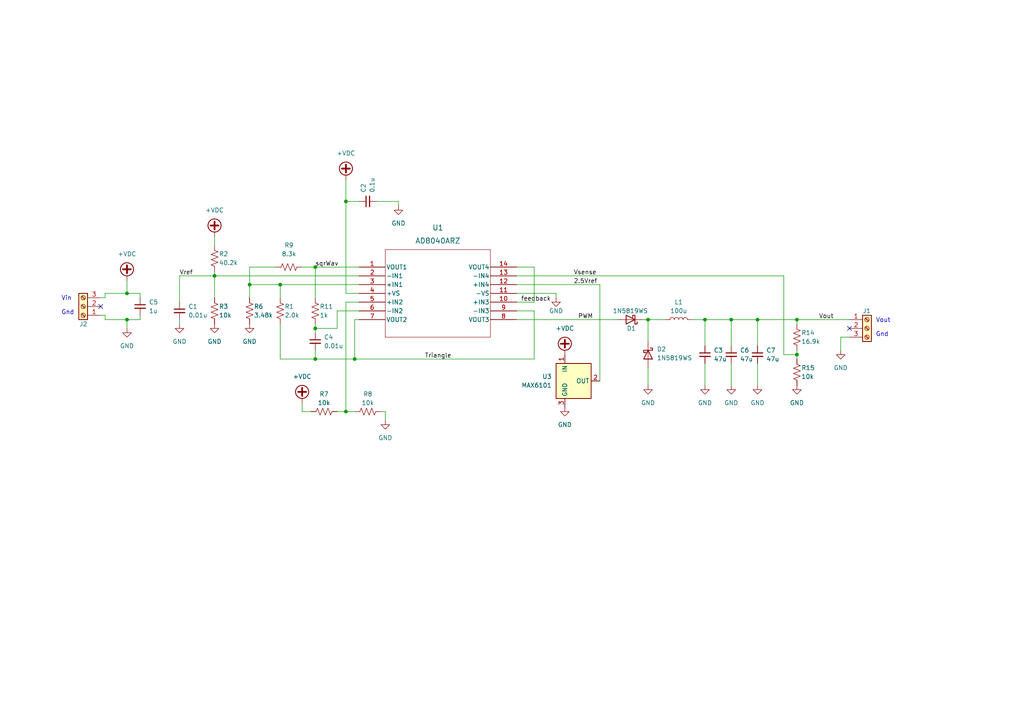
<source format=kicad_sch>
(kicad_sch (version 20230121) (generator eeschema)

  (uuid 16d3476e-b1d6-4479-ba13-c2bc41ce9a39)

  (paper "A4")

  (lib_symbols
    (symbol "AD8040:AD8040ARZ" (pin_names (offset 0.254)) (in_bom yes) (on_board yes)
      (property "Reference" "U" (at 22.86 10.16 0)
        (effects (font (size 1.524 1.524)))
      )
      (property "Value" "AD8040ARZ" (at 22.86 7.62 0)
        (effects (font (size 1.524 1.524)))
      )
      (property "Footprint" "R_14_ADI" (at 0 0 0)
        (effects (font (size 1.27 1.27) italic) hide)
      )
      (property "Datasheet" "AD8040ARZ" (at 0 0 0)
        (effects (font (size 1.27 1.27) italic) hide)
      )
      (property "ki_locked" "" (at 0 0 0)
        (effects (font (size 1.27 1.27)))
      )
      (property "ki_keywords" "AD8040ARZ" (at 0 0 0)
        (effects (font (size 1.27 1.27)) hide)
      )
      (property "ki_fp_filters" "R_14_ADI R_14_ADI-M R_14_ADI-L" (at 0 0 0)
        (effects (font (size 1.27 1.27)) hide)
      )
      (symbol "AD8040ARZ_0_1"
        (polyline
          (pts
            (xy 7.62 -20.32)
            (xy 38.1 -20.32)
          )
          (stroke (width 0.127) (type default))
          (fill (type none))
        )
        (polyline
          (pts
            (xy 7.62 5.08)
            (xy 7.62 -20.32)
          )
          (stroke (width 0.127) (type default))
          (fill (type none))
        )
        (polyline
          (pts
            (xy 38.1 -20.32)
            (xy 38.1 5.08)
          )
          (stroke (width 0.127) (type default))
          (fill (type none))
        )
        (polyline
          (pts
            (xy 38.1 5.08)
            (xy 7.62 5.08)
          )
          (stroke (width 0.127) (type default))
          (fill (type none))
        )
        (pin unspecified line (at 0 0 0) (length 7.62)
          (name "VOUT1" (effects (font (size 1.27 1.27))))
          (number "1" (effects (font (size 1.27 1.27))))
        )
        (pin unspecified line (at 45.72 -10.16 180) (length 7.62)
          (name "+IN3" (effects (font (size 1.27 1.27))))
          (number "10" (effects (font (size 1.27 1.27))))
        )
        (pin power_in line (at 45.72 -7.62 180) (length 7.62)
          (name "-VS" (effects (font (size 1.27 1.27))))
          (number "11" (effects (font (size 1.27 1.27))))
        )
        (pin unspecified line (at 45.72 -5.08 180) (length 7.62)
          (name "+IN4" (effects (font (size 1.27 1.27))))
          (number "12" (effects (font (size 1.27 1.27))))
        )
        (pin unspecified line (at 45.72 -2.54 180) (length 7.62)
          (name "-IN4" (effects (font (size 1.27 1.27))))
          (number "13" (effects (font (size 1.27 1.27))))
        )
        (pin unspecified line (at 45.72 0 180) (length 7.62)
          (name "VOUT4" (effects (font (size 1.27 1.27))))
          (number "14" (effects (font (size 1.27 1.27))))
        )
        (pin unspecified line (at 0 -2.54 0) (length 7.62)
          (name "-IN1" (effects (font (size 1.27 1.27))))
          (number "2" (effects (font (size 1.27 1.27))))
        )
        (pin unspecified line (at 0 -5.08 0) (length 7.62)
          (name "+IN1" (effects (font (size 1.27 1.27))))
          (number "3" (effects (font (size 1.27 1.27))))
        )
        (pin power_in line (at 0 -7.62 0) (length 7.62)
          (name "+VS" (effects (font (size 1.27 1.27))))
          (number "4" (effects (font (size 1.27 1.27))))
        )
        (pin unspecified line (at 0 -10.16 0) (length 7.62)
          (name "+IN2" (effects (font (size 1.27 1.27))))
          (number "5" (effects (font (size 1.27 1.27))))
        )
        (pin unspecified line (at 0 -12.7 0) (length 7.62)
          (name "-IN2" (effects (font (size 1.27 1.27))))
          (number "6" (effects (font (size 1.27 1.27))))
        )
        (pin unspecified line (at 0 -15.24 0) (length 7.62)
          (name "VOUT2" (effects (font (size 1.27 1.27))))
          (number "7" (effects (font (size 1.27 1.27))))
        )
        (pin unspecified line (at 45.72 -15.24 180) (length 7.62)
          (name "VOUT3" (effects (font (size 1.27 1.27))))
          (number "8" (effects (font (size 1.27 1.27))))
        )
        (pin unspecified line (at 45.72 -12.7 180) (length 7.62)
          (name "-IN3" (effects (font (size 1.27 1.27))))
          (number "9" (effects (font (size 1.27 1.27))))
        )
      )
    )
    (symbol "Connector:Screw_Terminal_01x03" (pin_names (offset 1.016) hide) (in_bom yes) (on_board yes)
      (property "Reference" "J" (at 0 5.08 0)
        (effects (font (size 1.27 1.27)))
      )
      (property "Value" "Screw_Terminal_01x03" (at 0 -5.08 0)
        (effects (font (size 1.27 1.27)))
      )
      (property "Footprint" "" (at 0 0 0)
        (effects (font (size 1.27 1.27)) hide)
      )
      (property "Datasheet" "~" (at 0 0 0)
        (effects (font (size 1.27 1.27)) hide)
      )
      (property "ki_keywords" "screw terminal" (at 0 0 0)
        (effects (font (size 1.27 1.27)) hide)
      )
      (property "ki_description" "Generic screw terminal, single row, 01x03, script generated (kicad-library-utils/schlib/autogen/connector/)" (at 0 0 0)
        (effects (font (size 1.27 1.27)) hide)
      )
      (property "ki_fp_filters" "TerminalBlock*:*" (at 0 0 0)
        (effects (font (size 1.27 1.27)) hide)
      )
      (symbol "Screw_Terminal_01x03_1_1"
        (rectangle (start -1.27 3.81) (end 1.27 -3.81)
          (stroke (width 0.254) (type default))
          (fill (type background))
        )
        (circle (center 0 -2.54) (radius 0.635)
          (stroke (width 0.1524) (type default))
          (fill (type none))
        )
        (polyline
          (pts
            (xy -0.5334 -2.2098)
            (xy 0.3302 -3.048)
          )
          (stroke (width 0.1524) (type default))
          (fill (type none))
        )
        (polyline
          (pts
            (xy -0.5334 0.3302)
            (xy 0.3302 -0.508)
          )
          (stroke (width 0.1524) (type default))
          (fill (type none))
        )
        (polyline
          (pts
            (xy -0.5334 2.8702)
            (xy 0.3302 2.032)
          )
          (stroke (width 0.1524) (type default))
          (fill (type none))
        )
        (polyline
          (pts
            (xy -0.3556 -2.032)
            (xy 0.508 -2.8702)
          )
          (stroke (width 0.1524) (type default))
          (fill (type none))
        )
        (polyline
          (pts
            (xy -0.3556 0.508)
            (xy 0.508 -0.3302)
          )
          (stroke (width 0.1524) (type default))
          (fill (type none))
        )
        (polyline
          (pts
            (xy -0.3556 3.048)
            (xy 0.508 2.2098)
          )
          (stroke (width 0.1524) (type default))
          (fill (type none))
        )
        (circle (center 0 0) (radius 0.635)
          (stroke (width 0.1524) (type default))
          (fill (type none))
        )
        (circle (center 0 2.54) (radius 0.635)
          (stroke (width 0.1524) (type default))
          (fill (type none))
        )
        (pin passive line (at -5.08 2.54 0) (length 3.81)
          (name "Pin_1" (effects (font (size 1.27 1.27))))
          (number "1" (effects (font (size 1.27 1.27))))
        )
        (pin passive line (at -5.08 0 0) (length 3.81)
          (name "Pin_2" (effects (font (size 1.27 1.27))))
          (number "2" (effects (font (size 1.27 1.27))))
        )
        (pin passive line (at -5.08 -2.54 0) (length 3.81)
          (name "Pin_3" (effects (font (size 1.27 1.27))))
          (number "3" (effects (font (size 1.27 1.27))))
        )
      )
    )
    (symbol "Device:C_Small" (pin_numbers hide) (pin_names (offset 0.254) hide) (in_bom yes) (on_board yes)
      (property "Reference" "C" (at 0.254 1.778 0)
        (effects (font (size 1.27 1.27)) (justify left))
      )
      (property "Value" "C_Small" (at 0.254 -2.032 0)
        (effects (font (size 1.27 1.27)) (justify left))
      )
      (property "Footprint" "" (at 0 0 0)
        (effects (font (size 1.27 1.27)) hide)
      )
      (property "Datasheet" "~" (at 0 0 0)
        (effects (font (size 1.27 1.27)) hide)
      )
      (property "ki_keywords" "capacitor cap" (at 0 0 0)
        (effects (font (size 1.27 1.27)) hide)
      )
      (property "ki_description" "Unpolarized capacitor, small symbol" (at 0 0 0)
        (effects (font (size 1.27 1.27)) hide)
      )
      (property "ki_fp_filters" "C_*" (at 0 0 0)
        (effects (font (size 1.27 1.27)) hide)
      )
      (symbol "C_Small_0_1"
        (polyline
          (pts
            (xy -1.524 -0.508)
            (xy 1.524 -0.508)
          )
          (stroke (width 0.3302) (type default))
          (fill (type none))
        )
        (polyline
          (pts
            (xy -1.524 0.508)
            (xy 1.524 0.508)
          )
          (stroke (width 0.3048) (type default))
          (fill (type none))
        )
      )
      (symbol "C_Small_1_1"
        (pin passive line (at 0 2.54 270) (length 2.032)
          (name "~" (effects (font (size 1.27 1.27))))
          (number "1" (effects (font (size 1.27 1.27))))
        )
        (pin passive line (at 0 -2.54 90) (length 2.032)
          (name "~" (effects (font (size 1.27 1.27))))
          (number "2" (effects (font (size 1.27 1.27))))
        )
      )
    )
    (symbol "Device:L" (pin_numbers hide) (pin_names (offset 1.016) hide) (in_bom yes) (on_board yes)
      (property "Reference" "L" (at -1.27 0 90)
        (effects (font (size 1.27 1.27)))
      )
      (property "Value" "L" (at 1.905 0 90)
        (effects (font (size 1.27 1.27)))
      )
      (property "Footprint" "" (at 0 0 0)
        (effects (font (size 1.27 1.27)) hide)
      )
      (property "Datasheet" "~" (at 0 0 0)
        (effects (font (size 1.27 1.27)) hide)
      )
      (property "ki_keywords" "inductor choke coil reactor magnetic" (at 0 0 0)
        (effects (font (size 1.27 1.27)) hide)
      )
      (property "ki_description" "Inductor" (at 0 0 0)
        (effects (font (size 1.27 1.27)) hide)
      )
      (property "ki_fp_filters" "Choke_* *Coil* Inductor_* L_*" (at 0 0 0)
        (effects (font (size 1.27 1.27)) hide)
      )
      (symbol "L_0_1"
        (arc (start 0 -2.54) (mid 0.6323 -1.905) (end 0 -1.27)
          (stroke (width 0) (type default))
          (fill (type none))
        )
        (arc (start 0 -1.27) (mid 0.6323 -0.635) (end 0 0)
          (stroke (width 0) (type default))
          (fill (type none))
        )
        (arc (start 0 0) (mid 0.6323 0.635) (end 0 1.27)
          (stroke (width 0) (type default))
          (fill (type none))
        )
        (arc (start 0 1.27) (mid 0.6323 1.905) (end 0 2.54)
          (stroke (width 0) (type default))
          (fill (type none))
        )
      )
      (symbol "L_1_1"
        (pin passive line (at 0 3.81 270) (length 1.27)
          (name "1" (effects (font (size 1.27 1.27))))
          (number "1" (effects (font (size 1.27 1.27))))
        )
        (pin passive line (at 0 -3.81 90) (length 1.27)
          (name "2" (effects (font (size 1.27 1.27))))
          (number "2" (effects (font (size 1.27 1.27))))
        )
      )
    )
    (symbol "Device:R_US" (pin_numbers hide) (pin_names (offset 0)) (in_bom yes) (on_board yes)
      (property "Reference" "R" (at 2.54 0 90)
        (effects (font (size 1.27 1.27)))
      )
      (property "Value" "R_US" (at -2.54 0 90)
        (effects (font (size 1.27 1.27)))
      )
      (property "Footprint" "" (at 1.016 -0.254 90)
        (effects (font (size 1.27 1.27)) hide)
      )
      (property "Datasheet" "~" (at 0 0 0)
        (effects (font (size 1.27 1.27)) hide)
      )
      (property "ki_keywords" "R res resistor" (at 0 0 0)
        (effects (font (size 1.27 1.27)) hide)
      )
      (property "ki_description" "Resistor, US symbol" (at 0 0 0)
        (effects (font (size 1.27 1.27)) hide)
      )
      (property "ki_fp_filters" "R_*" (at 0 0 0)
        (effects (font (size 1.27 1.27)) hide)
      )
      (symbol "R_US_0_1"
        (polyline
          (pts
            (xy 0 -2.286)
            (xy 0 -2.54)
          )
          (stroke (width 0) (type default))
          (fill (type none))
        )
        (polyline
          (pts
            (xy 0 2.286)
            (xy 0 2.54)
          )
          (stroke (width 0) (type default))
          (fill (type none))
        )
        (polyline
          (pts
            (xy 0 -0.762)
            (xy 1.016 -1.143)
            (xy 0 -1.524)
            (xy -1.016 -1.905)
            (xy 0 -2.286)
          )
          (stroke (width 0) (type default))
          (fill (type none))
        )
        (polyline
          (pts
            (xy 0 0.762)
            (xy 1.016 0.381)
            (xy 0 0)
            (xy -1.016 -0.381)
            (xy 0 -0.762)
          )
          (stroke (width 0) (type default))
          (fill (type none))
        )
        (polyline
          (pts
            (xy 0 2.286)
            (xy 1.016 1.905)
            (xy 0 1.524)
            (xy -1.016 1.143)
            (xy 0 0.762)
          )
          (stroke (width 0) (type default))
          (fill (type none))
        )
      )
      (symbol "R_US_1_1"
        (pin passive line (at 0 3.81 270) (length 1.27)
          (name "~" (effects (font (size 1.27 1.27))))
          (number "1" (effects (font (size 1.27 1.27))))
        )
        (pin passive line (at 0 -3.81 90) (length 1.27)
          (name "~" (effects (font (size 1.27 1.27))))
          (number "2" (effects (font (size 1.27 1.27))))
        )
      )
    )
    (symbol "Diode:1N5819WS" (pin_numbers hide) (pin_names (offset 1.016) hide) (in_bom yes) (on_board yes)
      (property "Reference" "D" (at 0 2.54 0)
        (effects (font (size 1.27 1.27)))
      )
      (property "Value" "1N5819WS" (at 0 -2.54 0)
        (effects (font (size 1.27 1.27)))
      )
      (property "Footprint" "Diode_SMD:D_SOD-323" (at 0 -4.445 0)
        (effects (font (size 1.27 1.27)) hide)
      )
      (property "Datasheet" "https://datasheet.lcsc.com/lcsc/2204281430_Guangdong-Hottech-1N5819WS_C191023.pdf" (at 0 0 0)
        (effects (font (size 1.27 1.27)) hide)
      )
      (property "ki_keywords" "diode Schottky" (at 0 0 0)
        (effects (font (size 1.27 1.27)) hide)
      )
      (property "ki_description" "40V 600mV@1A 1A SOD-323 Schottky Barrier Diodes, SOD-323" (at 0 0 0)
        (effects (font (size 1.27 1.27)) hide)
      )
      (property "ki_fp_filters" "D*SOD?323*" (at 0 0 0)
        (effects (font (size 1.27 1.27)) hide)
      )
      (symbol "1N5819WS_0_1"
        (polyline
          (pts
            (xy 1.27 0)
            (xy -1.27 0)
          )
          (stroke (width 0) (type default))
          (fill (type none))
        )
        (polyline
          (pts
            (xy 1.27 1.27)
            (xy 1.27 -1.27)
            (xy -1.27 0)
            (xy 1.27 1.27)
          )
          (stroke (width 0.254) (type default))
          (fill (type none))
        )
        (polyline
          (pts
            (xy -1.905 0.635)
            (xy -1.905 1.27)
            (xy -1.27 1.27)
            (xy -1.27 -1.27)
            (xy -0.635 -1.27)
            (xy -0.635 -0.635)
          )
          (stroke (width 0.254) (type default))
          (fill (type none))
        )
      )
      (symbol "1N5819WS_1_1"
        (pin passive line (at -3.81 0 0) (length 2.54)
          (name "K" (effects (font (size 1.27 1.27))))
          (number "1" (effects (font (size 1.27 1.27))))
        )
        (pin passive line (at 3.81 0 180) (length 2.54)
          (name "A" (effects (font (size 1.27 1.27))))
          (number "2" (effects (font (size 1.27 1.27))))
        )
      )
    )
    (symbol "Reference_Voltage:MAX6101" (in_bom yes) (on_board yes)
      (property "Reference" "U" (at 0 6.35 0)
        (effects (font (size 1.27 1.27)))
      )
      (property "Value" "MAX6101" (at 2.54 -6.35 0)
        (effects (font (size 1.27 1.27)))
      )
      (property "Footprint" "Package_TO_SOT_SMD:SOT-23" (at 2.54 -7.62 0)
        (effects (font (size 1.27 1.27) italic) hide)
      )
      (property "Datasheet" "http://datasheets.maximintegrated.com/en/ds/MAX6100-MAX6107.pdf" (at 2.54 -8.89 0)
        (effects (font (size 1.27 1.27) italic) hide)
      )
      (property "ki_keywords" "voltage reference ldo" (at 0 0 0)
        (effects (font (size 1.27 1.27)) hide)
      )
      (property "ki_description" "Low-dropout high current voltage reference, 1.250V, ±0.4% accuracy, SOT-23" (at 0 0 0)
        (effects (font (size 1.27 1.27)) hide)
      )
      (property "ki_fp_filters" "SOT?23*" (at 0 0 0)
        (effects (font (size 1.27 1.27)) hide)
      )
      (symbol "MAX6101_0_1"
        (rectangle (start -5.08 5.08) (end 5.08 -5.08)
          (stroke (width 0.254) (type default))
          (fill (type background))
        )
      )
      (symbol "MAX6101_1_1"
        (pin power_in line (at -2.54 7.62 270) (length 2.54)
          (name "IN" (effects (font (size 1.27 1.27))))
          (number "1" (effects (font (size 1.27 1.27))))
        )
        (pin power_out line (at 7.62 0 180) (length 2.54)
          (name "OUT" (effects (font (size 1.27 1.27))))
          (number "2" (effects (font (size 1.27 1.27))))
        )
        (pin power_in line (at -2.54 -7.62 90) (length 2.54)
          (name "GND" (effects (font (size 1.27 1.27))))
          (number "3" (effects (font (size 1.27 1.27))))
        )
      )
    )
    (symbol "power:+VDC" (power) (pin_names (offset 0)) (in_bom yes) (on_board yes)
      (property "Reference" "#PWR" (at 0 -2.54 0)
        (effects (font (size 1.27 1.27)) hide)
      )
      (property "Value" "+VDC" (at 0 6.35 0)
        (effects (font (size 1.27 1.27)))
      )
      (property "Footprint" "" (at 0 0 0)
        (effects (font (size 1.27 1.27)) hide)
      )
      (property "Datasheet" "" (at 0 0 0)
        (effects (font (size 1.27 1.27)) hide)
      )
      (property "ki_keywords" "power-flag" (at 0 0 0)
        (effects (font (size 1.27 1.27)) hide)
      )
      (property "ki_description" "Power symbol creates a global label with name \"+VDC\"" (at 0 0 0)
        (effects (font (size 1.27 1.27)) hide)
      )
      (symbol "+VDC_0_1"
        (polyline
          (pts
            (xy -1.143 3.175)
            (xy 1.143 3.175)
          )
          (stroke (width 0.508) (type default))
          (fill (type none))
        )
        (polyline
          (pts
            (xy 0 0)
            (xy 0 1.27)
          )
          (stroke (width 0) (type default))
          (fill (type none))
        )
        (polyline
          (pts
            (xy 0 2.032)
            (xy 0 4.318)
          )
          (stroke (width 0.508) (type default))
          (fill (type none))
        )
        (circle (center 0 3.175) (radius 1.905)
          (stroke (width 0.254) (type default))
          (fill (type none))
        )
      )
      (symbol "+VDC_1_1"
        (pin power_in line (at 0 0 90) (length 0) hide
          (name "+VDC" (effects (font (size 1.27 1.27))))
          (number "1" (effects (font (size 1.27 1.27))))
        )
      )
    )
    (symbol "power:GND" (power) (pin_names (offset 0)) (in_bom yes) (on_board yes)
      (property "Reference" "#PWR" (at 0 -6.35 0)
        (effects (font (size 1.27 1.27)) hide)
      )
      (property "Value" "GND" (at 0 -3.81 0)
        (effects (font (size 1.27 1.27)))
      )
      (property "Footprint" "" (at 0 0 0)
        (effects (font (size 1.27 1.27)) hide)
      )
      (property "Datasheet" "" (at 0 0 0)
        (effects (font (size 1.27 1.27)) hide)
      )
      (property "ki_keywords" "power-flag" (at 0 0 0)
        (effects (font (size 1.27 1.27)) hide)
      )
      (property "ki_description" "Power symbol creates a global label with name \"GND\" , ground" (at 0 0 0)
        (effects (font (size 1.27 1.27)) hide)
      )
      (symbol "GND_0_1"
        (polyline
          (pts
            (xy 0 0)
            (xy 0 -1.27)
            (xy 1.27 -1.27)
            (xy 0 -2.54)
            (xy -1.27 -1.27)
            (xy 0 -1.27)
          )
          (stroke (width 0) (type default))
          (fill (type none))
        )
      )
      (symbol "GND_1_1"
        (pin power_in line (at 0 0 270) (length 0) hide
          (name "GND" (effects (font (size 1.27 1.27))))
          (number "1" (effects (font (size 1.27 1.27))))
        )
      )
    )
  )

  (junction (at 187.96 92.71) (diameter 0) (color 0 0 0 0)
    (uuid 03de0779-a547-4881-a3e5-2ff7010e71f6)
  )
  (junction (at 100.33 119.38) (diameter 0) (color 0 0 0 0)
    (uuid 090e6f44-fe08-4dfd-9d79-8b17505969cd)
  )
  (junction (at 100.33 58.42) (diameter 0) (color 0 0 0 0)
    (uuid 0a7e3aaf-3ec7-4025-b26c-440ce9350282)
  )
  (junction (at 81.28 82.55) (diameter 0) (color 0 0 0 0)
    (uuid 18c94879-3edf-4952-8251-7e76e882b47c)
  )
  (junction (at 91.44 77.47) (diameter 0) (color 0 0 0 0)
    (uuid 3a762ad0-6d3c-484d-ac70-1f429dacc283)
  )
  (junction (at 36.83 85.09) (diameter 0) (color 0 0 0 0)
    (uuid 3db00431-48a1-422a-b257-7db4ad0e427e)
  )
  (junction (at 212.09 92.71) (diameter 0) (color 0 0 0 0)
    (uuid 45ba6f5c-cc75-47ae-afec-007ba7c3974c)
  )
  (junction (at 91.44 104.14) (diameter 0) (color 0 0 0 0)
    (uuid 46d84250-1c22-4b7d-ac28-77ff4369c288)
  )
  (junction (at 91.44 95.25) (diameter 0) (color 0 0 0 0)
    (uuid 51d8fa98-c0a4-4e4c-94a8-d485d7a280a2)
  )
  (junction (at 36.83 92.71) (diameter 0) (color 0 0 0 0)
    (uuid 544f1b1c-5e36-4766-9bf7-f8893da0906d)
  )
  (junction (at 219.71 92.71) (diameter 0) (color 0 0 0 0)
    (uuid 6958e1ee-aa51-4f50-86a3-d8b77f689d82)
  )
  (junction (at 204.47 92.71) (diameter 0) (color 0 0 0 0)
    (uuid 798ba14b-385e-4dd7-97c9-324e8b76e2de)
  )
  (junction (at 231.14 102.87) (diameter 0) (color 0 0 0 0)
    (uuid 93180059-0057-4b2d-83f1-3495ccfa20e3)
  )
  (junction (at 72.39 82.55) (diameter 0) (color 0 0 0 0)
    (uuid a49b11bd-5e7e-4a17-9c28-f737d50ee403)
  )
  (junction (at 62.23 80.01) (diameter 0) (color 0 0 0 0)
    (uuid e4d6d274-043f-4377-a845-01190f820a73)
  )
  (junction (at 102.87 104.14) (diameter 0) (color 0 0 0 0)
    (uuid ee7c8215-081b-4a2c-a459-9a3e36b20469)
  )
  (junction (at 231.14 92.71) (diameter 0) (color 0 0 0 0)
    (uuid f08b2c81-13cb-4329-859a-61ba49b9a2c2)
  )

  (no_connect (at 246.38 95.25) (uuid 8dce34e0-0f36-4d4b-b528-03e2104252b6))
  (no_connect (at 29.21 88.9) (uuid c4ae3e48-3961-4f01-bc91-c29b300ae3a3))

  (wire (pts (xy 149.86 87.63) (xy 154.94 87.63))
    (stroke (width 0) (type default))
    (uuid 02785737-528f-4345-9ffd-93541fc3d9af)
  )
  (wire (pts (xy 243.84 97.79) (xy 246.38 97.79))
    (stroke (width 0) (type default))
    (uuid 0bd4d6b5-b41a-4050-86ff-8b7fee09d0dc)
  )
  (wire (pts (xy 204.47 92.71) (xy 204.47 100.33))
    (stroke (width 0) (type default))
    (uuid 0e12933b-cae5-4ca0-a45b-813eee304e7b)
  )
  (wire (pts (xy 40.64 92.71) (xy 36.83 92.71))
    (stroke (width 0) (type default))
    (uuid 0e7e2150-a994-4631-9946-d835aa516510)
  )
  (wire (pts (xy 81.28 93.98) (xy 81.28 104.14))
    (stroke (width 0) (type default))
    (uuid 1052a5a1-5aef-4dfe-b787-46fbf80fd866)
  )
  (wire (pts (xy 231.14 92.71) (xy 246.38 92.71))
    (stroke (width 0) (type default))
    (uuid 174fffb3-f13d-4c2f-8ec2-65a930c973c3)
  )
  (wire (pts (xy 90.17 119.38) (xy 87.63 119.38))
    (stroke (width 0) (type default))
    (uuid 178480ae-208d-42ee-92b2-8497d1ad7af0)
  )
  (wire (pts (xy 149.86 85.09) (xy 161.29 85.09))
    (stroke (width 0) (type default))
    (uuid 1a8e40ee-1fc5-49b9-b7e2-4d49bfc68fe4)
  )
  (wire (pts (xy 91.44 101.6) (xy 91.44 104.14))
    (stroke (width 0) (type default))
    (uuid 20497e35-a529-4486-bcde-0c1ccbc65726)
  )
  (wire (pts (xy 36.83 85.09) (xy 30.48 85.09))
    (stroke (width 0) (type default))
    (uuid 23757371-7860-4cef-b92c-8103323fb0f9)
  )
  (wire (pts (xy 62.23 78.74) (xy 62.23 80.01))
    (stroke (width 0) (type default))
    (uuid 243470a5-3ff3-48c0-bfbf-f4f73c118b8a)
  )
  (wire (pts (xy 100.33 119.38) (xy 102.87 119.38))
    (stroke (width 0) (type default))
    (uuid 2682cf6f-791c-42e9-a15e-b9198faf50f9)
  )
  (wire (pts (xy 102.87 104.14) (xy 154.94 104.14))
    (stroke (width 0) (type default))
    (uuid 2b5c1b9a-2d44-4b3f-a88f-ca5e76d29c86)
  )
  (wire (pts (xy 227.33 80.01) (xy 149.86 80.01))
    (stroke (width 0) (type default))
    (uuid 2f27e906-3690-40f4-a5a2-274b3e7f4c50)
  )
  (wire (pts (xy 149.86 92.71) (xy 179.07 92.71))
    (stroke (width 0) (type default))
    (uuid 341fa472-ddca-467b-8cf0-93c25a880895)
  )
  (wire (pts (xy 100.33 52.07) (xy 100.33 58.42))
    (stroke (width 0) (type default))
    (uuid 35f84384-50c2-41b0-8de5-f9ce8b88393a)
  )
  (wire (pts (xy 40.64 85.09) (xy 36.83 85.09))
    (stroke (width 0) (type default))
    (uuid 360caa5b-c9ea-42f7-a9d8-3ccf4126474c)
  )
  (wire (pts (xy 212.09 92.71) (xy 212.09 100.33))
    (stroke (width 0) (type default))
    (uuid 36c954b1-c22d-41ce-9b34-96acd0130625)
  )
  (wire (pts (xy 104.14 87.63) (xy 100.33 87.63))
    (stroke (width 0) (type default))
    (uuid 39fad4ea-3e84-4b51-8222-35bbceef594c)
  )
  (wire (pts (xy 81.28 82.55) (xy 104.14 82.55))
    (stroke (width 0) (type default))
    (uuid 3a18347c-dc26-4f41-935c-d7d534e0d5ca)
  )
  (wire (pts (xy 115.57 58.42) (xy 109.22 58.42))
    (stroke (width 0) (type default))
    (uuid 3a244c79-0d24-439f-8b39-a5ee2ff206b1)
  )
  (wire (pts (xy 187.96 111.76) (xy 187.96 106.68))
    (stroke (width 0) (type default))
    (uuid 3a2acd0d-9cf1-4f9f-9fac-22d6b84ce293)
  )
  (wire (pts (xy 227.33 102.87) (xy 227.33 80.01))
    (stroke (width 0) (type default))
    (uuid 3cc25543-f6f2-4eed-9e6d-ca8dc4c11758)
  )
  (wire (pts (xy 200.66 92.71) (xy 204.47 92.71))
    (stroke (width 0) (type default))
    (uuid 3d14b66e-b5d7-4bbf-8e45-70c46b3357cd)
  )
  (wire (pts (xy 40.64 91.44) (xy 40.64 92.71))
    (stroke (width 0) (type default))
    (uuid 4036aca8-c943-49ae-bf02-e083e8c7ef60)
  )
  (wire (pts (xy 219.71 92.71) (xy 219.71 100.33))
    (stroke (width 0) (type default))
    (uuid 428346cf-2509-4a30-a4ac-b2a5722c2821)
  )
  (wire (pts (xy 62.23 80.01) (xy 104.14 80.01))
    (stroke (width 0) (type default))
    (uuid 48a5cb6e-428a-45f7-b508-29e130bfffb5)
  )
  (wire (pts (xy 219.71 92.71) (xy 231.14 92.71))
    (stroke (width 0) (type default))
    (uuid 4bdf6927-d344-49a2-a9eb-e6ec0beeecd0)
  )
  (wire (pts (xy 62.23 68.58) (xy 62.23 71.12))
    (stroke (width 0) (type default))
    (uuid 4f94acce-8ef0-42f4-b954-b7c13ff93976)
  )
  (wire (pts (xy 173.99 110.49) (xy 173.99 82.55))
    (stroke (width 0) (type default))
    (uuid 50489eb3-773a-4f96-b09d-36e9b5cd24ca)
  )
  (wire (pts (xy 87.63 116.84) (xy 87.63 119.38))
    (stroke (width 0) (type default))
    (uuid 528af254-1f39-45d7-a38c-1f9e5347d4c6)
  )
  (wire (pts (xy 102.87 92.71) (xy 102.87 104.14))
    (stroke (width 0) (type default))
    (uuid 561c572f-fb87-4804-9283-fdba3c55b35f)
  )
  (wire (pts (xy 204.47 105.41) (xy 204.47 111.76))
    (stroke (width 0) (type default))
    (uuid 5a02b29f-d304-4fd2-8cde-a7595e7bcc7e)
  )
  (wire (pts (xy 91.44 93.98) (xy 91.44 95.25))
    (stroke (width 0) (type default))
    (uuid 5c42c9fb-1754-4655-a696-271f5a6f3f16)
  )
  (wire (pts (xy 87.63 77.47) (xy 91.44 77.47))
    (stroke (width 0) (type default))
    (uuid 63bdfc9f-7a57-4276-ac0b-17542aa5f0f2)
  )
  (wire (pts (xy 29.21 91.44) (xy 30.48 91.44))
    (stroke (width 0) (type default))
    (uuid 648014c9-40e3-413d-87fd-b1c99aafb3d5)
  )
  (wire (pts (xy 110.49 119.38) (xy 111.76 119.38))
    (stroke (width 0) (type default))
    (uuid 67982f9f-5bc0-4afb-96d4-8f2a37b13cb9)
  )
  (wire (pts (xy 97.79 90.17) (xy 104.14 90.17))
    (stroke (width 0) (type default))
    (uuid 69431560-bbd6-48e1-aa3a-8a52f5ae4594)
  )
  (wire (pts (xy 72.39 82.55) (xy 72.39 77.47))
    (stroke (width 0) (type default))
    (uuid 74b7e24d-af23-4280-8c6e-9566d22ded14)
  )
  (wire (pts (xy 111.76 119.38) (xy 111.76 121.92))
    (stroke (width 0) (type default))
    (uuid 77e9f042-2549-4575-9be8-6e41ca1b0142)
  )
  (wire (pts (xy 29.21 86.36) (xy 30.48 86.36))
    (stroke (width 0) (type default))
    (uuid 796e543a-46ef-4964-8b9d-92f62136e90c)
  )
  (wire (pts (xy 231.14 101.6) (xy 231.14 102.87))
    (stroke (width 0) (type default))
    (uuid 79cdb129-293f-4f34-a15f-d772e33a0889)
  )
  (wire (pts (xy 52.07 80.01) (xy 52.07 87.63))
    (stroke (width 0) (type default))
    (uuid 7d4ad9dc-544e-44a8-a251-1d4a5645e9e6)
  )
  (wire (pts (xy 149.86 77.47) (xy 154.94 77.47))
    (stroke (width 0) (type default))
    (uuid 7fca2cad-ca2e-4121-9cc0-a56e3c039ebb)
  )
  (wire (pts (xy 91.44 77.47) (xy 91.44 86.36))
    (stroke (width 0) (type default))
    (uuid 830dea33-4aab-4c75-9e6f-f1bc1a855e18)
  )
  (wire (pts (xy 30.48 86.36) (xy 30.48 85.09))
    (stroke (width 0) (type default))
    (uuid 8797372f-aa0d-4894-91b0-79706710dd4f)
  )
  (wire (pts (xy 100.33 87.63) (xy 100.33 119.38))
    (stroke (width 0) (type default))
    (uuid 8e094df8-c3b1-42b5-b216-0babed2e9afd)
  )
  (wire (pts (xy 243.84 101.6) (xy 243.84 97.79))
    (stroke (width 0) (type default))
    (uuid 92471205-a2be-40d3-9749-0edf061cddf1)
  )
  (wire (pts (xy 154.94 90.17) (xy 154.94 104.14))
    (stroke (width 0) (type default))
    (uuid 92c27cab-b160-4863-b1fe-09ce2526abc2)
  )
  (wire (pts (xy 231.14 102.87) (xy 231.14 104.14))
    (stroke (width 0) (type default))
    (uuid 930dcb6b-043d-4e0e-91ae-53e1a79b5afa)
  )
  (wire (pts (xy 219.71 105.41) (xy 219.71 111.76))
    (stroke (width 0) (type default))
    (uuid 9a556a29-5c82-40f5-978c-688dbea01c77)
  )
  (wire (pts (xy 149.86 90.17) (xy 154.94 90.17))
    (stroke (width 0) (type default))
    (uuid 9dd95cbf-01d4-43f2-a1f2-4f4c91245d50)
  )
  (wire (pts (xy 72.39 82.55) (xy 81.28 82.55))
    (stroke (width 0) (type default))
    (uuid 9ea7966f-1a0b-4f9e-a1df-463ef25ce48f)
  )
  (wire (pts (xy 91.44 77.47) (xy 104.14 77.47))
    (stroke (width 0) (type default))
    (uuid 9f65757a-eefe-420b-bc35-297bef7f03c7)
  )
  (wire (pts (xy 52.07 92.71) (xy 52.07 93.98))
    (stroke (width 0) (type default))
    (uuid a0a64292-0f27-43ac-a9f4-7e02365ffddf)
  )
  (wire (pts (xy 231.14 102.87) (xy 227.33 102.87))
    (stroke (width 0) (type default))
    (uuid a542588c-862a-4327-8aae-66f59f68274f)
  )
  (wire (pts (xy 30.48 91.44) (xy 30.48 92.71))
    (stroke (width 0) (type default))
    (uuid aa607ce7-2ec9-4541-bea9-03bd302d71b6)
  )
  (wire (pts (xy 204.47 92.71) (xy 212.09 92.71))
    (stroke (width 0) (type default))
    (uuid ac385cdb-400e-4d3e-b771-dc5f7ffd78ed)
  )
  (wire (pts (xy 97.79 95.25) (xy 91.44 95.25))
    (stroke (width 0) (type default))
    (uuid b048e231-5bf0-4301-b8c7-bbd276c72c53)
  )
  (wire (pts (xy 81.28 82.55) (xy 81.28 86.36))
    (stroke (width 0) (type default))
    (uuid b1fb7c7e-7af6-416f-978b-5736ae9bd39a)
  )
  (wire (pts (xy 97.79 119.38) (xy 100.33 119.38))
    (stroke (width 0) (type default))
    (uuid b62f2f21-303c-47c2-8476-b38b7569706e)
  )
  (wire (pts (xy 187.96 92.71) (xy 187.96 99.06))
    (stroke (width 0) (type default))
    (uuid b7a81478-cf0c-4b39-844d-7f48244a7044)
  )
  (wire (pts (xy 149.86 82.55) (xy 173.99 82.55))
    (stroke (width 0) (type default))
    (uuid b8ecfcb1-6b57-418e-8abd-6f25dca43799)
  )
  (wire (pts (xy 104.14 92.71) (xy 102.87 92.71))
    (stroke (width 0) (type default))
    (uuid bbcd6582-4f50-4165-b292-1587eb162363)
  )
  (wire (pts (xy 40.64 86.36) (xy 40.64 85.09))
    (stroke (width 0) (type default))
    (uuid bca32489-ef39-4b2e-9827-cc2ed18d43e9)
  )
  (wire (pts (xy 212.09 105.41) (xy 212.09 111.76))
    (stroke (width 0) (type default))
    (uuid c0f18b0e-d2f7-4ff8-ae03-cc4783cd8f7c)
  )
  (wire (pts (xy 231.14 93.98) (xy 231.14 92.71))
    (stroke (width 0) (type default))
    (uuid c5c367c3-08ed-4c89-b54b-d815e0b0c327)
  )
  (wire (pts (xy 36.83 92.71) (xy 36.83 95.25))
    (stroke (width 0) (type default))
    (uuid c8325fd1-000e-4241-aaa8-d5d38b26acaa)
  )
  (wire (pts (xy 100.33 58.42) (xy 100.33 85.09))
    (stroke (width 0) (type default))
    (uuid c9714adf-83b8-4869-bc45-bf855487d014)
  )
  (wire (pts (xy 100.33 58.42) (xy 104.14 58.42))
    (stroke (width 0) (type default))
    (uuid c9839389-7051-4fd5-aae9-1c1b41307878)
  )
  (wire (pts (xy 52.07 80.01) (xy 62.23 80.01))
    (stroke (width 0) (type default))
    (uuid cdf019db-4e74-42db-b9a8-df1a5023e6b4)
  )
  (wire (pts (xy 115.57 59.69) (xy 115.57 58.42))
    (stroke (width 0) (type default))
    (uuid cdfe3aa3-6f51-4cfe-b370-999969fed4cb)
  )
  (wire (pts (xy 81.28 104.14) (xy 91.44 104.14))
    (stroke (width 0) (type default))
    (uuid ce3110da-a109-439f-ad5b-c160fbeff4fb)
  )
  (wire (pts (xy 91.44 104.14) (xy 102.87 104.14))
    (stroke (width 0) (type default))
    (uuid ce62aa5e-71cf-4e75-b211-e741b319cac5)
  )
  (wire (pts (xy 91.44 95.25) (xy 91.44 96.52))
    (stroke (width 0) (type default))
    (uuid d52c49e0-6517-4435-85a3-2b19e7bd8d3e)
  )
  (wire (pts (xy 187.96 92.71) (xy 193.04 92.71))
    (stroke (width 0) (type default))
    (uuid e017e6c7-55b5-459f-9dd9-f3c871602b6e)
  )
  (wire (pts (xy 104.14 85.09) (xy 100.33 85.09))
    (stroke (width 0) (type default))
    (uuid e0d1425c-33d1-461c-bbff-fa2febe47923)
  )
  (wire (pts (xy 161.29 85.09) (xy 161.29 86.36))
    (stroke (width 0) (type default))
    (uuid e68cb709-bc99-4adb-a8da-765891d5c67b)
  )
  (wire (pts (xy 72.39 86.36) (xy 72.39 82.55))
    (stroke (width 0) (type default))
    (uuid e7eaca56-897e-4791-8de4-56288aa9cf5a)
  )
  (wire (pts (xy 36.83 81.28) (xy 36.83 85.09))
    (stroke (width 0) (type default))
    (uuid ea63c1df-d735-441b-b98e-7bc0d018f2de)
  )
  (wire (pts (xy 154.94 87.63) (xy 154.94 77.47))
    (stroke (width 0) (type default))
    (uuid eed46c14-0196-4a7a-93f3-2d791a013d73)
  )
  (wire (pts (xy 186.69 92.71) (xy 187.96 92.71))
    (stroke (width 0) (type default))
    (uuid f41a8b65-fb44-411d-ac8c-c72ffa3394e4)
  )
  (wire (pts (xy 97.79 90.17) (xy 97.79 95.25))
    (stroke (width 0) (type default))
    (uuid f458af39-0985-48a6-9d9a-37cd3edef41c)
  )
  (wire (pts (xy 212.09 92.71) (xy 219.71 92.71))
    (stroke (width 0) (type default))
    (uuid f5167846-a758-45a5-b239-68f8250aa9a5)
  )
  (wire (pts (xy 72.39 77.47) (xy 80.01 77.47))
    (stroke (width 0) (type default))
    (uuid f7d4c918-57f8-4ad8-b76a-8bd94f819253)
  )
  (wire (pts (xy 62.23 80.01) (xy 62.23 86.36))
    (stroke (width 0) (type default))
    (uuid f93ede31-768f-4140-b1b7-69712c041014)
  )
  (wire (pts (xy 30.48 92.71) (xy 36.83 92.71))
    (stroke (width 0) (type default))
    (uuid fe9710d5-2fb5-4655-91d5-942b916f1089)
  )

  (text "Vin\n\nGnd" (at 17.78 91.44 0)
    (effects (font (size 1.27 1.27)) (justify left bottom))
    (uuid 430069bb-7365-4bdc-86ac-002e02bc7fc6)
  )
  (text "Vout\n\nGnd" (at 254 97.79 0)
    (effects (font (size 1.27 1.27)) (justify left bottom))
    (uuid 57dafc69-93ba-4f39-b9b3-a017fb8060b5)
  )

  (label "Vout" (at 237.49 92.71 0) (fields_autoplaced)
    (effects (font (size 1.27 1.27)) (justify left bottom))
    (uuid 29e96207-00ec-4546-ba11-a974e18e454e)
  )
  (label "PWM" (at 167.64 92.71 0) (fields_autoplaced)
    (effects (font (size 1.27 1.27)) (justify left bottom))
    (uuid 671d4fac-bba9-4976-87e3-a10afadaa120)
  )
  (label "sqrWav" (at 91.44 77.47 0) (fields_autoplaced)
    (effects (font (size 1.27 1.27)) (justify left bottom))
    (uuid 9f1011ef-733c-47f7-aa66-b035fdd97571)
  )
  (label "Triangle" (at 123.19 104.14 0) (fields_autoplaced)
    (effects (font (size 1.27 1.27)) (justify left bottom))
    (uuid a0764af2-3eac-4cbb-9655-5df0b0a6a064)
  )
  (label "Vref" (at 52.07 80.01 0) (fields_autoplaced)
    (effects (font (size 1.27 1.27)) (justify left bottom))
    (uuid b1f6a54e-3a64-4427-80af-5536ef16212f)
  )
  (label "feedback" (at 151.13 87.63 0) (fields_autoplaced)
    (effects (font (size 1.27 1.27)) (justify left bottom))
    (uuid cb8ed065-c0eb-4027-9ab5-ee69ecac24a5)
  )
  (label "Vsense" (at 166.37 80.01 0) (fields_autoplaced)
    (effects (font (size 1.27 1.27)) (justify left bottom))
    (uuid e4ec89b8-e3e7-441f-9e3a-7e93ae65e463)
  )
  (label "2.5Vref" (at 166.37 82.55 0) (fields_autoplaced)
    (effects (font (size 1.27 1.27)) (justify left bottom))
    (uuid fe7ff5e9-45e0-499d-a53a-57eac0b6c5d2)
  )

  (symbol (lib_id "power:GND") (at 115.57 59.69 0) (unit 1)
    (in_bom yes) (on_board yes) (dnp no) (fields_autoplaced)
    (uuid 018af2bb-46b4-4e6b-8b34-9d063a3271c6)
    (property "Reference" "#PWR02" (at 115.57 66.04 0)
      (effects (font (size 1.27 1.27)) hide)
    )
    (property "Value" "GND" (at 115.57 64.77 0)
      (effects (font (size 1.27 1.27)))
    )
    (property "Footprint" "" (at 115.57 59.69 0)
      (effects (font (size 1.27 1.27)) hide)
    )
    (property "Datasheet" "" (at 115.57 59.69 0)
      (effects (font (size 1.27 1.27)) hide)
    )
    (pin "1" (uuid 3b910846-e168-4f8f-bda1-bfaf62928aed))
    (instances
      (project "opampSwitcher"
        (path "/16d3476e-b1d6-4479-ba13-c2bc41ce9a39"
          (reference "#PWR02") (unit 1)
        )
      )
    )
  )

  (symbol (lib_id "Device:C_Small") (at 52.07 90.17 0) (unit 1)
    (in_bom yes) (on_board yes) (dnp no)
    (uuid 0792bb45-6013-480e-b2e8-1ecc58c61603)
    (property "Reference" "C1" (at 54.61 88.9062 0)
      (effects (font (size 1.27 1.27)) (justify left))
    )
    (property "Value" "0.01u" (at 54.61 91.4462 0)
      (effects (font (size 1.27 1.27)) (justify left))
    )
    (property "Footprint" "Capacitor_SMD:C_0805_2012Metric_Pad1.18x1.45mm_HandSolder" (at 52.07 90.17 0)
      (effects (font (size 1.27 1.27)) hide)
    )
    (property "Datasheet" "~" (at 52.07 90.17 0)
      (effects (font (size 1.27 1.27)) hide)
    )
    (pin "1" (uuid 874a7656-3804-4540-a042-5cde51d5eede))
    (pin "2" (uuid 6f3a4013-6023-4d22-b7dc-715955a1fee0))
    (instances
      (project "opampSwitcher"
        (path "/16d3476e-b1d6-4479-ba13-c2bc41ce9a39"
          (reference "C1") (unit 1)
        )
      )
    )
  )

  (symbol (lib_id "power:+VDC") (at 163.83 102.87 0) (unit 1)
    (in_bom yes) (on_board yes) (dnp no) (fields_autoplaced)
    (uuid 0f9e0be7-74b3-4949-8c9e-e4c3ff698a36)
    (property "Reference" "#PWR09" (at 163.83 105.41 0)
      (effects (font (size 1.27 1.27)) hide)
    )
    (property "Value" "+VDC" (at 163.83 95.25 0)
      (effects (font (size 1.27 1.27)))
    )
    (property "Footprint" "" (at 163.83 102.87 0)
      (effects (font (size 1.27 1.27)) hide)
    )
    (property "Datasheet" "" (at 163.83 102.87 0)
      (effects (font (size 1.27 1.27)) hide)
    )
    (pin "1" (uuid 9dd142d4-175d-44f5-9e5f-cc71740cfd97))
    (instances
      (project "opampSwitcher"
        (path "/16d3476e-b1d6-4479-ba13-c2bc41ce9a39"
          (reference "#PWR09") (unit 1)
        )
      )
    )
  )

  (symbol (lib_id "Reference_Voltage:MAX6101") (at 166.37 110.49 0) (unit 1)
    (in_bom yes) (on_board yes) (dnp no) (fields_autoplaced)
    (uuid 11955f57-af9f-4435-81a3-c64ec8d3aa77)
    (property "Reference" "U3" (at 160.02 109.2199 0)
      (effects (font (size 1.27 1.27)) (justify right))
    )
    (property "Value" "MAX6101" (at 160.02 111.7599 0)
      (effects (font (size 1.27 1.27)) (justify right))
    )
    (property "Footprint" "Package_TO_SOT_SMD:SOT-23" (at 168.91 118.11 0)
      (effects (font (size 1.27 1.27) italic) hide)
    )
    (property "Datasheet" "http://datasheets.maximintegrated.com/en/ds/MAX6100-MAX6107.pdf" (at 168.91 119.38 0)
      (effects (font (size 1.27 1.27) italic) hide)
    )
    (pin "1" (uuid 1dbdf73e-a69b-4770-af86-ecac2e578234))
    (pin "2" (uuid 71ada95f-3087-4e89-8c8b-373b6663f834))
    (pin "3" (uuid f1ba791b-b0c2-4600-81f3-fd075c97fcac))
    (instances
      (project "opampSwitcher"
        (path "/16d3476e-b1d6-4479-ba13-c2bc41ce9a39"
          (reference "U3") (unit 1)
        )
      )
    )
  )

  (symbol (lib_id "power:GND") (at 187.96 111.76 0) (unit 1)
    (in_bom yes) (on_board yes) (dnp no) (fields_autoplaced)
    (uuid 1288a189-7bdc-4044-a827-2a1b39812d3b)
    (property "Reference" "#PWR010" (at 187.96 118.11 0)
      (effects (font (size 1.27 1.27)) hide)
    )
    (property "Value" "GND" (at 187.96 116.84 0)
      (effects (font (size 1.27 1.27)))
    )
    (property "Footprint" "" (at 187.96 111.76 0)
      (effects (font (size 1.27 1.27)) hide)
    )
    (property "Datasheet" "" (at 187.96 111.76 0)
      (effects (font (size 1.27 1.27)) hide)
    )
    (pin "1" (uuid 23dd000f-ae15-43fb-909e-fac3306a93b8))
    (instances
      (project "opampSwitcher"
        (path "/16d3476e-b1d6-4479-ba13-c2bc41ce9a39"
          (reference "#PWR010") (unit 1)
        )
      )
    )
  )

  (symbol (lib_id "power:+VDC") (at 36.83 81.28 0) (unit 1)
    (in_bom yes) (on_board yes) (dnp no) (fields_autoplaced)
    (uuid 1973cc57-8c52-44a5-b62e-fef622a2aae7)
    (property "Reference" "#PWR016" (at 36.83 83.82 0)
      (effects (font (size 1.27 1.27)) hide)
    )
    (property "Value" "+VDC" (at 36.83 73.66 0)
      (effects (font (size 1.27 1.27)))
    )
    (property "Footprint" "" (at 36.83 81.28 0)
      (effects (font (size 1.27 1.27)) hide)
    )
    (property "Datasheet" "" (at 36.83 81.28 0)
      (effects (font (size 1.27 1.27)) hide)
    )
    (pin "1" (uuid ea67d786-7317-4278-83e4-e9b24649e4e4))
    (instances
      (project "opampSwitcher"
        (path "/16d3476e-b1d6-4479-ba13-c2bc41ce9a39"
          (reference "#PWR016") (unit 1)
        )
      )
    )
  )

  (symbol (lib_id "Device:C_Small") (at 204.47 102.87 0) (unit 1)
    (in_bom yes) (on_board yes) (dnp no)
    (uuid 1eeb15f4-c065-49f0-adee-a33af4885fe8)
    (property "Reference" "C3" (at 207.01 101.6062 0)
      (effects (font (size 1.27 1.27)) (justify left))
    )
    (property "Value" "47u" (at 207.01 104.1462 0)
      (effects (font (size 1.27 1.27)) (justify left))
    )
    (property "Footprint" "Capacitor_SMD:C_1210_3225Metric_Pad1.33x2.70mm_HandSolder" (at 204.47 102.87 0)
      (effects (font (size 1.27 1.27)) hide)
    )
    (property "Datasheet" "~" (at 204.47 102.87 0)
      (effects (font (size 1.27 1.27)) hide)
    )
    (pin "1" (uuid fe4f868f-cbc5-4635-9b3a-96b66207b403))
    (pin "2" (uuid 54e07cde-b898-4316-97c2-d18dd37b9bd7))
    (instances
      (project "opampSwitcher"
        (path "/16d3476e-b1d6-4479-ba13-c2bc41ce9a39"
          (reference "C3") (unit 1)
        )
      )
    )
  )

  (symbol (lib_id "Device:R_US") (at 231.14 97.79 0) (unit 1)
    (in_bom yes) (on_board yes) (dnp no)
    (uuid 251fc16c-bee1-49a1-a1ff-8e71719d88fa)
    (property "Reference" "R14" (at 232.41 96.52 0)
      (effects (font (size 1.27 1.27)) (justify left))
    )
    (property "Value" "16.9k" (at 232.41 99.06 0)
      (effects (font (size 1.27 1.27)) (justify left))
    )
    (property "Footprint" "Resistor_SMD:R_0805_2012Metric_Pad1.20x1.40mm_HandSolder" (at 232.156 98.044 90)
      (effects (font (size 1.27 1.27)) hide)
    )
    (property "Datasheet" "~" (at 231.14 97.79 0)
      (effects (font (size 1.27 1.27)) hide)
    )
    (pin "1" (uuid 9ca544e8-f85c-48c4-b487-09c67d31e790))
    (pin "2" (uuid 15c4da59-c972-4057-8aa2-435c2a202d29))
    (instances
      (project "opampSwitcher"
        (path "/16d3476e-b1d6-4479-ba13-c2bc41ce9a39"
          (reference "R14") (unit 1)
        )
      )
    )
  )

  (symbol (lib_id "power:GND") (at 36.83 95.25 0) (unit 1)
    (in_bom yes) (on_board yes) (dnp no) (fields_autoplaced)
    (uuid 274edc0b-ab8e-40f1-ae68-77378ed023e5)
    (property "Reference" "#PWR017" (at 36.83 101.6 0)
      (effects (font (size 1.27 1.27)) hide)
    )
    (property "Value" "GND" (at 36.83 100.33 0)
      (effects (font (size 1.27 1.27)))
    )
    (property "Footprint" "" (at 36.83 95.25 0)
      (effects (font (size 1.27 1.27)) hide)
    )
    (property "Datasheet" "" (at 36.83 95.25 0)
      (effects (font (size 1.27 1.27)) hide)
    )
    (pin "1" (uuid d3de731c-955c-4f97-ae0a-21a353d3aa01))
    (instances
      (project "opampSwitcher"
        (path "/16d3476e-b1d6-4479-ba13-c2bc41ce9a39"
          (reference "#PWR017") (unit 1)
        )
      )
    )
  )

  (symbol (lib_id "Device:C_Small") (at 212.09 102.87 0) (unit 1)
    (in_bom yes) (on_board yes) (dnp no)
    (uuid 2b9f5c61-0db6-4fd2-93cb-53d959b0a9f2)
    (property "Reference" "C6" (at 214.63 101.6062 0)
      (effects (font (size 1.27 1.27)) (justify left))
    )
    (property "Value" "47u" (at 214.63 104.1462 0)
      (effects (font (size 1.27 1.27)) (justify left))
    )
    (property "Footprint" "Capacitor_SMD:C_1210_3225Metric_Pad1.33x2.70mm_HandSolder" (at 212.09 102.87 0)
      (effects (font (size 1.27 1.27)) hide)
    )
    (property "Datasheet" "~" (at 212.09 102.87 0)
      (effects (font (size 1.27 1.27)) hide)
    )
    (pin "1" (uuid 19681e57-19c8-4eeb-8ee6-6e107ee87c21))
    (pin "2" (uuid feef7703-f5f4-4cc1-9105-2722e7f7cfff))
    (instances
      (project "opampSwitcher"
        (path "/16d3476e-b1d6-4479-ba13-c2bc41ce9a39"
          (reference "C6") (unit 1)
        )
      )
    )
  )

  (symbol (lib_id "power:GND") (at 243.84 101.6 0) (unit 1)
    (in_bom yes) (on_board yes) (dnp no) (fields_autoplaced)
    (uuid 2fe08a8c-278c-44c8-8e70-65cd5c5ea328)
    (property "Reference" "#PWR018" (at 243.84 107.95 0)
      (effects (font (size 1.27 1.27)) hide)
    )
    (property "Value" "GND" (at 243.84 106.68 0)
      (effects (font (size 1.27 1.27)))
    )
    (property "Footprint" "" (at 243.84 101.6 0)
      (effects (font (size 1.27 1.27)) hide)
    )
    (property "Datasheet" "" (at 243.84 101.6 0)
      (effects (font (size 1.27 1.27)) hide)
    )
    (pin "1" (uuid 012db2e0-0d56-4761-8a1b-f0ba2cf2a629))
    (instances
      (project "opampSwitcher"
        (path "/16d3476e-b1d6-4479-ba13-c2bc41ce9a39"
          (reference "#PWR018") (unit 1)
        )
      )
    )
  )

  (symbol (lib_id "Device:R_US") (at 62.23 74.93 0) (unit 1)
    (in_bom yes) (on_board yes) (dnp no)
    (uuid 38a4b10e-f2c7-4a54-9f71-4c2d1f6f6b5f)
    (property "Reference" "R2" (at 63.5 73.66 0)
      (effects (font (size 1.27 1.27)) (justify left))
    )
    (property "Value" "40.2k" (at 63.5 76.2 0)
      (effects (font (size 1.27 1.27)) (justify left))
    )
    (property "Footprint" "Resistor_SMD:R_0805_2012Metric_Pad1.20x1.40mm_HandSolder" (at 63.246 75.184 90)
      (effects (font (size 1.27 1.27)) hide)
    )
    (property "Datasheet" "~" (at 62.23 74.93 0)
      (effects (font (size 1.27 1.27)) hide)
    )
    (pin "1" (uuid 9dfd9e6a-844a-4d91-87ad-bf94976f9ba2))
    (pin "2" (uuid 28694f45-3f6c-4d8e-a1d1-de5d5e04b07f))
    (instances
      (project "opampSwitcher"
        (path "/16d3476e-b1d6-4479-ba13-c2bc41ce9a39"
          (reference "R2") (unit 1)
        )
      )
    )
  )

  (symbol (lib_id "Device:R_US") (at 62.23 90.17 0) (unit 1)
    (in_bom yes) (on_board yes) (dnp no)
    (uuid 3a9d2f8b-21c1-4fe7-b539-47ecc39a4c29)
    (property "Reference" "R3" (at 63.5 88.9 0)
      (effects (font (size 1.27 1.27)) (justify left))
    )
    (property "Value" "10k" (at 63.5 91.44 0)
      (effects (font (size 1.27 1.27)) (justify left))
    )
    (property "Footprint" "Resistor_SMD:R_0805_2012Metric_Pad1.20x1.40mm_HandSolder" (at 63.246 90.424 90)
      (effects (font (size 1.27 1.27)) hide)
    )
    (property "Datasheet" "~" (at 62.23 90.17 0)
      (effects (font (size 1.27 1.27)) hide)
    )
    (pin "1" (uuid 4e48e8da-155d-4cff-8871-a19bb54393dd))
    (pin "2" (uuid d2bc0f9e-568e-4a16-850d-a6e3947633b0))
    (instances
      (project "opampSwitcher"
        (path "/16d3476e-b1d6-4479-ba13-c2bc41ce9a39"
          (reference "R3") (unit 1)
        )
      )
    )
  )

  (symbol (lib_id "Connector:Screw_Terminal_01x03") (at 24.13 88.9 180) (unit 1)
    (in_bom yes) (on_board yes) (dnp no)
    (uuid 3d914569-793a-41e1-be4d-b868c1bd5644)
    (property "Reference" "J2" (at 25.4 93.98 0)
      (effects (font (size 1.27 1.27)) (justify left))
    )
    (property "Value" "Screw_Terminal_01x03" (at 21.59 87.6301 0)
      (effects (font (size 1.27 1.27)) (justify left) hide)
    )
    (property "Footprint" "Connector_Phoenix_MC_HighVoltage:PhoenixContact_MCV_1,5_3-G-5.08_1x03_P5.08mm_Vertical" (at 24.13 88.9 0)
      (effects (font (size 1.27 1.27)) hide)
    )
    (property "Datasheet" "~" (at 24.13 88.9 0)
      (effects (font (size 1.27 1.27)) hide)
    )
    (pin "1" (uuid a959a86b-8d09-4172-a63c-1037d05de430))
    (pin "2" (uuid 6bc7acc9-848a-47bb-9d63-2d3bdb38a3fe))
    (pin "3" (uuid 73083227-c6ed-42c1-a2c2-ee5e1999e344))
    (instances
      (project "opampSwitcher"
        (path "/16d3476e-b1d6-4479-ba13-c2bc41ce9a39"
          (reference "J2") (unit 1)
        )
      )
      (project "thermDeux"
        (path "/e63e39d7-6ac0-4ffd-8aa3-1841a4541b55"
          (reference "J3") (unit 1)
        )
      )
    )
  )

  (symbol (lib_id "Device:R_US") (at 231.14 107.95 0) (unit 1)
    (in_bom yes) (on_board yes) (dnp no)
    (uuid 40cedf7d-29eb-4765-9e4b-e5bdd2666252)
    (property "Reference" "R15" (at 232.41 106.68 0)
      (effects (font (size 1.27 1.27)) (justify left))
    )
    (property "Value" "10k" (at 232.41 109.22 0)
      (effects (font (size 1.27 1.27)) (justify left))
    )
    (property "Footprint" "Resistor_SMD:R_0805_2012Metric_Pad1.20x1.40mm_HandSolder" (at 232.156 108.204 90)
      (effects (font (size 1.27 1.27)) hide)
    )
    (property "Datasheet" "~" (at 231.14 107.95 0)
      (effects (font (size 1.27 1.27)) hide)
    )
    (pin "1" (uuid 92570c41-cd84-48a6-b36e-9c4e5fff59e8))
    (pin "2" (uuid 524439b5-2780-40b8-8c74-bcf50091c120))
    (instances
      (project "opampSwitcher"
        (path "/16d3476e-b1d6-4479-ba13-c2bc41ce9a39"
          (reference "R15") (unit 1)
        )
      )
    )
  )

  (symbol (lib_id "Device:R_US") (at 72.39 90.17 0) (unit 1)
    (in_bom yes) (on_board yes) (dnp no)
    (uuid 4bbf659a-6d18-44f3-89ad-c295d1da7e94)
    (property "Reference" "R6" (at 73.66 88.9 0)
      (effects (font (size 1.27 1.27)) (justify left))
    )
    (property "Value" "3.48k" (at 73.66 91.44 0)
      (effects (font (size 1.27 1.27)) (justify left))
    )
    (property "Footprint" "Resistor_SMD:R_0805_2012Metric_Pad1.20x1.40mm_HandSolder" (at 73.406 90.424 90)
      (effects (font (size 1.27 1.27)) hide)
    )
    (property "Datasheet" "~" (at 72.39 90.17 0)
      (effects (font (size 1.27 1.27)) hide)
    )
    (pin "1" (uuid 5bb8c597-3b98-44bf-b907-f5fd26263182))
    (pin "2" (uuid a6bf40ca-0a4a-4ef6-b377-a4b1b705ff72))
    (instances
      (project "opampSwitcher"
        (path "/16d3476e-b1d6-4479-ba13-c2bc41ce9a39"
          (reference "R6") (unit 1)
        )
      )
    )
  )

  (symbol (lib_id "power:GND") (at 219.71 111.76 0) (unit 1)
    (in_bom yes) (on_board yes) (dnp no) (fields_autoplaced)
    (uuid 51170d32-829d-4195-8136-f569ab208f90)
    (property "Reference" "#PWR020" (at 219.71 118.11 0)
      (effects (font (size 1.27 1.27)) hide)
    )
    (property "Value" "GND" (at 219.71 116.84 0)
      (effects (font (size 1.27 1.27)))
    )
    (property "Footprint" "" (at 219.71 111.76 0)
      (effects (font (size 1.27 1.27)) hide)
    )
    (property "Datasheet" "" (at 219.71 111.76 0)
      (effects (font (size 1.27 1.27)) hide)
    )
    (pin "1" (uuid a13fe074-dfe4-4751-a25c-2ec6b5321c6f))
    (instances
      (project "opampSwitcher"
        (path "/16d3476e-b1d6-4479-ba13-c2bc41ce9a39"
          (reference "#PWR020") (unit 1)
        )
      )
    )
  )

  (symbol (lib_id "power:GND") (at 212.09 111.76 0) (unit 1)
    (in_bom yes) (on_board yes) (dnp no) (fields_autoplaced)
    (uuid 52e45fe6-e35e-4313-b6f1-6fc02c24df69)
    (property "Reference" "#PWR019" (at 212.09 118.11 0)
      (effects (font (size 1.27 1.27)) hide)
    )
    (property "Value" "GND" (at 212.09 116.84 0)
      (effects (font (size 1.27 1.27)))
    )
    (property "Footprint" "" (at 212.09 111.76 0)
      (effects (font (size 1.27 1.27)) hide)
    )
    (property "Datasheet" "" (at 212.09 111.76 0)
      (effects (font (size 1.27 1.27)) hide)
    )
    (pin "1" (uuid ee0031a6-a1c0-4937-9361-aca4aa02fc99))
    (instances
      (project "opampSwitcher"
        (path "/16d3476e-b1d6-4479-ba13-c2bc41ce9a39"
          (reference "#PWR019") (unit 1)
        )
      )
    )
  )

  (symbol (lib_id "power:+VDC") (at 62.23 68.58 0) (unit 1)
    (in_bom yes) (on_board yes) (dnp no) (fields_autoplaced)
    (uuid 5b981b8b-8964-49a0-9b24-ddb0ba6e974a)
    (property "Reference" "#PWR03" (at 62.23 71.12 0)
      (effects (font (size 1.27 1.27)) hide)
    )
    (property "Value" "+VDC" (at 62.23 60.96 0)
      (effects (font (size 1.27 1.27)))
    )
    (property "Footprint" "" (at 62.23 68.58 0)
      (effects (font (size 1.27 1.27)) hide)
    )
    (property "Datasheet" "" (at 62.23 68.58 0)
      (effects (font (size 1.27 1.27)) hide)
    )
    (pin "1" (uuid ae65b197-fde2-49bc-a0bd-2482e852e2ca))
    (instances
      (project "opampSwitcher"
        (path "/16d3476e-b1d6-4479-ba13-c2bc41ce9a39"
          (reference "#PWR03") (unit 1)
        )
      )
    )
  )

  (symbol (lib_id "power:GND") (at 231.14 111.76 0) (unit 1)
    (in_bom yes) (on_board yes) (dnp no) (fields_autoplaced)
    (uuid 5fe0f896-c2d8-43b9-8029-076230af58ef)
    (property "Reference" "#PWR012" (at 231.14 118.11 0)
      (effects (font (size 1.27 1.27)) hide)
    )
    (property "Value" "GND" (at 231.14 116.84 0)
      (effects (font (size 1.27 1.27)))
    )
    (property "Footprint" "" (at 231.14 111.76 0)
      (effects (font (size 1.27 1.27)) hide)
    )
    (property "Datasheet" "" (at 231.14 111.76 0)
      (effects (font (size 1.27 1.27)) hide)
    )
    (pin "1" (uuid f173b21b-4043-4705-8c10-88b54baa8efe))
    (instances
      (project "opampSwitcher"
        (path "/16d3476e-b1d6-4479-ba13-c2bc41ce9a39"
          (reference "#PWR012") (unit 1)
        )
      )
    )
  )

  (symbol (lib_id "Device:R_US") (at 106.68 119.38 90) (unit 1)
    (in_bom yes) (on_board yes) (dnp no)
    (uuid 6661e5c2-7977-4bd4-bf81-3957cd57aa09)
    (property "Reference" "R8" (at 106.68 114.3 90)
      (effects (font (size 1.27 1.27)))
    )
    (property "Value" "10k" (at 106.68 116.84 90)
      (effects (font (size 1.27 1.27)))
    )
    (property "Footprint" "Resistor_SMD:R_0805_2012Metric_Pad1.20x1.40mm_HandSolder" (at 106.934 118.364 90)
      (effects (font (size 1.27 1.27)) hide)
    )
    (property "Datasheet" "~" (at 106.68 119.38 0)
      (effects (font (size 1.27 1.27)) hide)
    )
    (pin "1" (uuid 474ca9ef-3bd4-49af-9633-1b097280f6a3))
    (pin "2" (uuid e0174e0a-1da9-4178-8f0c-b8eafff02653))
    (instances
      (project "opampSwitcher"
        (path "/16d3476e-b1d6-4479-ba13-c2bc41ce9a39"
          (reference "R8") (unit 1)
        )
      )
    )
  )

  (symbol (lib_id "power:GND") (at 204.47 111.76 0) (unit 1)
    (in_bom yes) (on_board yes) (dnp no) (fields_autoplaced)
    (uuid 66bf3642-9a72-4ac8-b672-331906f97efe)
    (property "Reference" "#PWR011" (at 204.47 118.11 0)
      (effects (font (size 1.27 1.27)) hide)
    )
    (property "Value" "GND" (at 204.47 116.84 0)
      (effects (font (size 1.27 1.27)))
    )
    (property "Footprint" "" (at 204.47 111.76 0)
      (effects (font (size 1.27 1.27)) hide)
    )
    (property "Datasheet" "" (at 204.47 111.76 0)
      (effects (font (size 1.27 1.27)) hide)
    )
    (pin "1" (uuid a2cfcb22-aedb-495f-b40f-3a8af6c8afc3))
    (instances
      (project "opampSwitcher"
        (path "/16d3476e-b1d6-4479-ba13-c2bc41ce9a39"
          (reference "#PWR011") (unit 1)
        )
      )
    )
  )

  (symbol (lib_id "power:+VDC") (at 87.63 116.84 0) (unit 1)
    (in_bom yes) (on_board yes) (dnp no) (fields_autoplaced)
    (uuid 6a29d89e-c5ab-4894-a8ee-d78d5d4bb9d5)
    (property "Reference" "#PWR013" (at 87.63 119.38 0)
      (effects (font (size 1.27 1.27)) hide)
    )
    (property "Value" "+VDC" (at 87.63 109.22 0)
      (effects (font (size 1.27 1.27)))
    )
    (property "Footprint" "" (at 87.63 116.84 0)
      (effects (font (size 1.27 1.27)) hide)
    )
    (property "Datasheet" "" (at 87.63 116.84 0)
      (effects (font (size 1.27 1.27)) hide)
    )
    (pin "1" (uuid 821e70ba-2c46-4b86-ad27-2cb30c9f04b2))
    (instances
      (project "opampSwitcher"
        (path "/16d3476e-b1d6-4479-ba13-c2bc41ce9a39"
          (reference "#PWR013") (unit 1)
        )
      )
    )
  )

  (symbol (lib_id "power:GND") (at 161.29 86.36 0) (unit 1)
    (in_bom yes) (on_board yes) (dnp no)
    (uuid 71e307b2-8110-459b-89a1-5820dae35f61)
    (property "Reference" "#PWR05" (at 161.29 92.71 0)
      (effects (font (size 1.27 1.27)) hide)
    )
    (property "Value" "GND" (at 161.29 90.17 0)
      (effects (font (size 1.27 1.27)))
    )
    (property "Footprint" "" (at 161.29 86.36 0)
      (effects (font (size 1.27 1.27)) hide)
    )
    (property "Datasheet" "" (at 161.29 86.36 0)
      (effects (font (size 1.27 1.27)) hide)
    )
    (pin "1" (uuid eb3d6076-c2a3-43b5-9f1e-1d500df98103))
    (instances
      (project "opampSwitcher"
        (path "/16d3476e-b1d6-4479-ba13-c2bc41ce9a39"
          (reference "#PWR05") (unit 1)
        )
      )
    )
  )

  (symbol (lib_id "Device:R_US") (at 91.44 90.17 0) (unit 1)
    (in_bom yes) (on_board yes) (dnp no)
    (uuid 78042d29-15f9-4b33-ba25-86b0b7e1e19c)
    (property "Reference" "R11" (at 92.71 88.9 0)
      (effects (font (size 1.27 1.27)) (justify left))
    )
    (property "Value" "1k" (at 92.71 91.44 0)
      (effects (font (size 1.27 1.27)) (justify left))
    )
    (property "Footprint" "Resistor_SMD:R_0805_2012Metric_Pad1.20x1.40mm_HandSolder" (at 92.456 90.424 90)
      (effects (font (size 1.27 1.27)) hide)
    )
    (property "Datasheet" "~" (at 91.44 90.17 0)
      (effects (font (size 1.27 1.27)) hide)
    )
    (pin "1" (uuid a03e7172-69a5-4764-b442-0ed4cc68e1cf))
    (pin "2" (uuid d690e2e0-9e82-4b9f-a6ca-3bc9258a614e))
    (instances
      (project "opampSwitcher"
        (path "/16d3476e-b1d6-4479-ba13-c2bc41ce9a39"
          (reference "R11") (unit 1)
        )
      )
    )
  )

  (symbol (lib_id "Device:C_Small") (at 91.44 99.06 0) (unit 1)
    (in_bom yes) (on_board yes) (dnp no)
    (uuid 78c4d032-65df-4038-a1d5-7a534bd7ac15)
    (property "Reference" "C4" (at 93.98 97.7962 0)
      (effects (font (size 1.27 1.27)) (justify left))
    )
    (property "Value" "0.01u" (at 93.98 100.3362 0)
      (effects (font (size 1.27 1.27)) (justify left))
    )
    (property "Footprint" "Capacitor_SMD:C_0805_2012Metric_Pad1.18x1.45mm_HandSolder" (at 91.44 99.06 0)
      (effects (font (size 1.27 1.27)) hide)
    )
    (property "Datasheet" "~" (at 91.44 99.06 0)
      (effects (font (size 1.27 1.27)) hide)
    )
    (pin "1" (uuid 59f392a4-ded2-43c9-a3a3-9d2f7d832db8))
    (pin "2" (uuid 2be153c2-2e61-42ce-9a9f-a897c2c99ebe))
    (instances
      (project "opampSwitcher"
        (path "/16d3476e-b1d6-4479-ba13-c2bc41ce9a39"
          (reference "C4") (unit 1)
        )
      )
    )
  )

  (symbol (lib_id "power:GND") (at 163.83 118.11 0) (unit 1)
    (in_bom yes) (on_board yes) (dnp no) (fields_autoplaced)
    (uuid 8c72aa24-0a9a-48b6-902b-6d541b4eb6ec)
    (property "Reference" "#PWR014" (at 163.83 124.46 0)
      (effects (font (size 1.27 1.27)) hide)
    )
    (property "Value" "GND" (at 163.83 123.19 0)
      (effects (font (size 1.27 1.27)))
    )
    (property "Footprint" "" (at 163.83 118.11 0)
      (effects (font (size 1.27 1.27)) hide)
    )
    (property "Datasheet" "" (at 163.83 118.11 0)
      (effects (font (size 1.27 1.27)) hide)
    )
    (pin "1" (uuid edaf2478-0de4-4f5e-a5b4-91c8df6351cd))
    (instances
      (project "opampSwitcher"
        (path "/16d3476e-b1d6-4479-ba13-c2bc41ce9a39"
          (reference "#PWR014") (unit 1)
        )
      )
    )
  )

  (symbol (lib_id "Device:C_Small") (at 219.71 102.87 0) (unit 1)
    (in_bom yes) (on_board yes) (dnp no)
    (uuid 9284dff5-728e-4acd-bfce-1544c7d10498)
    (property "Reference" "C7" (at 222.25 101.6062 0)
      (effects (font (size 1.27 1.27)) (justify left))
    )
    (property "Value" "47u" (at 222.25 104.1462 0)
      (effects (font (size 1.27 1.27)) (justify left))
    )
    (property "Footprint" "Capacitor_SMD:C_1210_3225Metric_Pad1.33x2.70mm_HandSolder" (at 219.71 102.87 0)
      (effects (font (size 1.27 1.27)) hide)
    )
    (property "Datasheet" "~" (at 219.71 102.87 0)
      (effects (font (size 1.27 1.27)) hide)
    )
    (pin "1" (uuid d078b193-3b4b-4c7a-a10c-36de8735d6b7))
    (pin "2" (uuid 9be99699-e0c0-4919-adb6-c32b773361d5))
    (instances
      (project "opampSwitcher"
        (path "/16d3476e-b1d6-4479-ba13-c2bc41ce9a39"
          (reference "C7") (unit 1)
        )
      )
    )
  )

  (symbol (lib_id "Device:R_US") (at 93.98 119.38 90) (unit 1)
    (in_bom yes) (on_board yes) (dnp no)
    (uuid a42b0075-a094-4c56-9288-ca8f7dbec246)
    (property "Reference" "R7" (at 93.98 114.3 90)
      (effects (font (size 1.27 1.27)))
    )
    (property "Value" "10k" (at 93.98 116.84 90)
      (effects (font (size 1.27 1.27)))
    )
    (property "Footprint" "Resistor_SMD:R_0805_2012Metric_Pad1.20x1.40mm_HandSolder" (at 94.234 118.364 90)
      (effects (font (size 1.27 1.27)) hide)
    )
    (property "Datasheet" "~" (at 93.98 119.38 0)
      (effects (font (size 1.27 1.27)) hide)
    )
    (pin "1" (uuid ffab14e5-6804-41ed-88d4-25db3161dc73))
    (pin "2" (uuid 97a92de5-5ae0-4767-afa5-bc3f351025c9))
    (instances
      (project "opampSwitcher"
        (path "/16d3476e-b1d6-4479-ba13-c2bc41ce9a39"
          (reference "R7") (unit 1)
        )
      )
    )
  )

  (symbol (lib_id "power:GND") (at 52.07 93.98 0) (unit 1)
    (in_bom yes) (on_board yes) (dnp no) (fields_autoplaced)
    (uuid b20f888b-e790-4bab-a6f4-48949991fd97)
    (property "Reference" "#PWR06" (at 52.07 100.33 0)
      (effects (font (size 1.27 1.27)) hide)
    )
    (property "Value" "GND" (at 52.07 99.06 0)
      (effects (font (size 1.27 1.27)))
    )
    (property "Footprint" "" (at 52.07 93.98 0)
      (effects (font (size 1.27 1.27)) hide)
    )
    (property "Datasheet" "" (at 52.07 93.98 0)
      (effects (font (size 1.27 1.27)) hide)
    )
    (pin "1" (uuid 520e34d0-fd96-4a92-b00e-af3c06265742))
    (instances
      (project "opampSwitcher"
        (path "/16d3476e-b1d6-4479-ba13-c2bc41ce9a39"
          (reference "#PWR06") (unit 1)
        )
      )
    )
  )

  (symbol (lib_id "Device:L") (at 196.85 92.71 90) (unit 1)
    (in_bom yes) (on_board yes) (dnp no)
    (uuid b471d2cc-304b-4a07-87af-2b1e67c67e4f)
    (property "Reference" "L1" (at 196.85 87.63 90)
      (effects (font (size 1.27 1.27)))
    )
    (property "Value" "100u" (at 196.85 90.17 90)
      (effects (font (size 1.27 1.27)))
    )
    (property "Footprint" "Inductor_SMD:L_1210_3225Metric_Pad1.42x2.65mm_HandSolder" (at 196.85 92.71 0)
      (effects (font (size 1.27 1.27)) hide)
    )
    (property "Datasheet" "https://www.digikey.com/en/products/detail/tdk-corporation/BCL322520RT-101M-D/16021172" (at 196.85 92.71 0)
      (effects (font (size 1.27 1.27)) hide)
    )
    (pin "1" (uuid f11a24b0-06ed-491e-9a76-923e7a01de25))
    (pin "2" (uuid 8e8a3409-13ba-40e1-b16f-f7cbf0b8064b))
    (instances
      (project "opampSwitcher"
        (path "/16d3476e-b1d6-4479-ba13-c2bc41ce9a39"
          (reference "L1") (unit 1)
        )
      )
    )
  )

  (symbol (lib_id "AD8040:AD8040ARZ") (at 104.14 77.47 0) (unit 1)
    (in_bom yes) (on_board yes) (dnp no) (fields_autoplaced)
    (uuid ca7b12e0-346f-4246-8049-f667662e2e09)
    (property "Reference" "U1" (at 127 66.04 0)
      (effects (font (size 1.524 1.524)))
    )
    (property "Value" "AD8040ARZ" (at 127 69.85 0)
      (effects (font (size 1.524 1.524)))
    )
    (property "Footprint" "opampSwitcher:R_14_ADI-M" (at 104.14 77.47 0)
      (effects (font (size 1.27 1.27) italic) hide)
    )
    (property "Datasheet" "AD8040ARZ" (at 104.14 77.47 0)
      (effects (font (size 1.27 1.27) italic) hide)
    )
    (pin "1" (uuid 1a500def-4ee6-4f70-b547-11c19fd8960d))
    (pin "10" (uuid fda67427-da00-4e6a-a39f-16b1205082c6))
    (pin "11" (uuid e2cb50bb-85d6-453d-8fb2-8e48419d76b0))
    (pin "12" (uuid f8e85d24-4b3d-4699-8350-0aeb7327dbef))
    (pin "13" (uuid 96e322b3-f373-4094-8b58-9a760a234380))
    (pin "14" (uuid ee51635f-e635-42c3-85c3-1f591f215fbd))
    (pin "2" (uuid 99463586-0546-44d3-8e52-a9880a9abe68))
    (pin "3" (uuid c4738b75-c255-4088-90a2-afe891f6d23e))
    (pin "4" (uuid d8325678-159c-49a9-8637-d336eb6fc9b8))
    (pin "5" (uuid 853566ea-7787-4c8c-a0f5-8e50e128fba2))
    (pin "6" (uuid 8f673619-f0af-41b6-9d84-729eb9ba6328))
    (pin "7" (uuid 336f3208-fa6a-46e4-9eb9-90231cabed4f))
    (pin "8" (uuid bbe4a740-f8f9-4cb9-8a8f-d0441fbc9649))
    (pin "9" (uuid becf6273-747f-45a4-81db-bace2e695769))
    (instances
      (project "opampSwitcher"
        (path "/16d3476e-b1d6-4479-ba13-c2bc41ce9a39"
          (reference "U1") (unit 1)
        )
      )
    )
  )

  (symbol (lib_id "power:GND") (at 111.76 121.92 0) (unit 1)
    (in_bom yes) (on_board yes) (dnp no) (fields_autoplaced)
    (uuid d07f12ca-8787-482b-95d2-753ab21f3481)
    (property "Reference" "#PWR015" (at 111.76 128.27 0)
      (effects (font (size 1.27 1.27)) hide)
    )
    (property "Value" "GND" (at 111.76 127 0)
      (effects (font (size 1.27 1.27)))
    )
    (property "Footprint" "" (at 111.76 121.92 0)
      (effects (font (size 1.27 1.27)) hide)
    )
    (property "Datasheet" "" (at 111.76 121.92 0)
      (effects (font (size 1.27 1.27)) hide)
    )
    (pin "1" (uuid b2f62008-75de-4866-b7de-64c06f32a626))
    (instances
      (project "opampSwitcher"
        (path "/16d3476e-b1d6-4479-ba13-c2bc41ce9a39"
          (reference "#PWR015") (unit 1)
        )
      )
    )
  )

  (symbol (lib_id "Device:C_Small") (at 106.68 58.42 90) (unit 1)
    (in_bom yes) (on_board yes) (dnp no)
    (uuid d5534192-0004-42cb-ad84-095751c011d1)
    (property "Reference" "C2" (at 105.4162 55.88 0)
      (effects (font (size 1.27 1.27)) (justify left))
    )
    (property "Value" "0.1u" (at 107.9562 55.88 0)
      (effects (font (size 1.27 1.27)) (justify left))
    )
    (property "Footprint" "Capacitor_SMD:C_0805_2012Metric_Pad1.18x1.45mm_HandSolder" (at 106.68 58.42 0)
      (effects (font (size 1.27 1.27)) hide)
    )
    (property "Datasheet" "~" (at 106.68 58.42 0)
      (effects (font (size 1.27 1.27)) hide)
    )
    (pin "1" (uuid d10e1913-7826-46bd-82cf-1b37bf64ad6f))
    (pin "2" (uuid d6e4f90b-f414-4ba5-b3aa-6ba2983e590f))
    (instances
      (project "opampSwitcher"
        (path "/16d3476e-b1d6-4479-ba13-c2bc41ce9a39"
          (reference "C2") (unit 1)
        )
      )
    )
  )

  (symbol (lib_id "power:GND") (at 62.23 93.98 0) (unit 1)
    (in_bom yes) (on_board yes) (dnp no) (fields_autoplaced)
    (uuid e408192d-0a98-4766-a117-70f88421ee18)
    (property "Reference" "#PWR07" (at 62.23 100.33 0)
      (effects (font (size 1.27 1.27)) hide)
    )
    (property "Value" "GND" (at 62.23 99.06 0)
      (effects (font (size 1.27 1.27)))
    )
    (property "Footprint" "" (at 62.23 93.98 0)
      (effects (font (size 1.27 1.27)) hide)
    )
    (property "Datasheet" "" (at 62.23 93.98 0)
      (effects (font (size 1.27 1.27)) hide)
    )
    (pin "1" (uuid 218aef19-bf4a-4dfb-acca-e038fbb7bfce))
    (instances
      (project "opampSwitcher"
        (path "/16d3476e-b1d6-4479-ba13-c2bc41ce9a39"
          (reference "#PWR07") (unit 1)
        )
      )
    )
  )

  (symbol (lib_id "power:+VDC") (at 100.33 52.07 0) (unit 1)
    (in_bom yes) (on_board yes) (dnp no) (fields_autoplaced)
    (uuid e5194306-267e-4fce-9b70-75d5c22d17cf)
    (property "Reference" "#PWR04" (at 100.33 54.61 0)
      (effects (font (size 1.27 1.27)) hide)
    )
    (property "Value" "+VDC" (at 100.33 44.45 0)
      (effects (font (size 1.27 1.27)))
    )
    (property "Footprint" "" (at 100.33 52.07 0)
      (effects (font (size 1.27 1.27)) hide)
    )
    (property "Datasheet" "" (at 100.33 52.07 0)
      (effects (font (size 1.27 1.27)) hide)
    )
    (pin "1" (uuid 9b2884e6-6496-4616-aa38-cebcacef1f40))
    (instances
      (project "opampSwitcher"
        (path "/16d3476e-b1d6-4479-ba13-c2bc41ce9a39"
          (reference "#PWR04") (unit 1)
        )
      )
    )
  )

  (symbol (lib_id "Diode:1N5819WS") (at 182.88 92.71 180) (unit 1)
    (in_bom yes) (on_board yes) (dnp no)
    (uuid e5b1f1a7-a0b3-4dff-adef-fa11c40655f1)
    (property "Reference" "D1" (at 184.4676 95.25 0)
      (effects (font (size 1.27 1.27)) (justify left))
    )
    (property "Value" "1N5819WS" (at 187.96 90.17 0)
      (effects (font (size 1.27 1.27)) (justify left))
    )
    (property "Footprint" "Diode_SMD:D_SOD-123F" (at 182.88 88.265 0)
      (effects (font (size 1.27 1.27)) hide)
    )
    (property "Datasheet" "https://datasheet.lcsc.com/lcsc/2204281430_Guangdong-Hottech-1N5819WS_C191023.pdf" (at 182.88 92.71 0)
      (effects (font (size 1.27 1.27)) hide)
    )
    (pin "1" (uuid 71679d34-ca21-4ef0-a66d-22734e437162))
    (pin "2" (uuid ed41f8dd-ccff-447d-9341-f07b0c397bca))
    (instances
      (project "opampSwitcher"
        (path "/16d3476e-b1d6-4479-ba13-c2bc41ce9a39"
          (reference "D1") (unit 1)
        )
      )
    )
  )

  (symbol (lib_id "Device:C_Small") (at 40.64 88.9 0) (unit 1)
    (in_bom yes) (on_board yes) (dnp no)
    (uuid ee4cb9e6-97f1-4c17-83ab-ecccc5e69362)
    (property "Reference" "C5" (at 43.18 87.6362 0)
      (effects (font (size 1.27 1.27)) (justify left))
    )
    (property "Value" "1u" (at 43.18 90.1762 0)
      (effects (font (size 1.27 1.27)) (justify left))
    )
    (property "Footprint" "Capacitor_SMD:C_0805_2012Metric_Pad1.18x1.45mm_HandSolder" (at 40.64 88.9 0)
      (effects (font (size 1.27 1.27)) hide)
    )
    (property "Datasheet" "~" (at 40.64 88.9 0)
      (effects (font (size 1.27 1.27)) hide)
    )
    (pin "1" (uuid 58bfda63-2ac5-469e-8f9f-d1a3603ce1cb))
    (pin "2" (uuid a5fb75cf-690e-48a0-ac37-f07fe247d053))
    (instances
      (project "opampSwitcher"
        (path "/16d3476e-b1d6-4479-ba13-c2bc41ce9a39"
          (reference "C5") (unit 1)
        )
      )
    )
  )

  (symbol (lib_id "power:GND") (at 72.39 93.98 0) (unit 1)
    (in_bom yes) (on_board yes) (dnp no)
    (uuid f85c4713-364d-47e2-9355-2f8540461678)
    (property "Reference" "#PWR08" (at 72.39 100.33 0)
      (effects (font (size 1.27 1.27)) hide)
    )
    (property "Value" "GND" (at 72.39 99.06 0)
      (effects (font (size 1.27 1.27)))
    )
    (property "Footprint" "" (at 72.39 93.98 0)
      (effects (font (size 1.27 1.27)) hide)
    )
    (property "Datasheet" "" (at 72.39 93.98 0)
      (effects (font (size 1.27 1.27)) hide)
    )
    (pin "1" (uuid 19ff3a56-42fc-42f8-b825-efe6ca3518b3))
    (instances
      (project "opampSwitcher"
        (path "/16d3476e-b1d6-4479-ba13-c2bc41ce9a39"
          (reference "#PWR08") (unit 1)
        )
      )
    )
  )

  (symbol (lib_id "Device:R_US") (at 83.82 77.47 90) (unit 1)
    (in_bom yes) (on_board yes) (dnp no) (fields_autoplaced)
    (uuid fe5a76bd-bf28-409f-b16c-820b58a8f103)
    (property "Reference" "R9" (at 83.82 71.12 90)
      (effects (font (size 1.27 1.27)))
    )
    (property "Value" "8.3k" (at 83.82 73.66 90)
      (effects (font (size 1.27 1.27)))
    )
    (property "Footprint" "Resistor_SMD:R_0805_2012Metric_Pad1.20x1.40mm_HandSolder" (at 84.074 76.454 90)
      (effects (font (size 1.27 1.27)) hide)
    )
    (property "Datasheet" "~" (at 83.82 77.47 0)
      (effects (font (size 1.27 1.27)) hide)
    )
    (pin "1" (uuid c0518169-f0f7-49f0-b369-7b575eee9c7c))
    (pin "2" (uuid 3ef3c22f-77b2-43f1-bd55-39d7ff590eae))
    (instances
      (project "opampSwitcher"
        (path "/16d3476e-b1d6-4479-ba13-c2bc41ce9a39"
          (reference "R9") (unit 1)
        )
      )
    )
  )

  (symbol (lib_id "Diode:1N5819WS") (at 187.96 102.87 270) (unit 1)
    (in_bom yes) (on_board yes) (dnp no)
    (uuid fef6863d-304e-4757-8c7d-fef27f6e471b)
    (property "Reference" "D2" (at 190.5 101.2824 90)
      (effects (font (size 1.27 1.27)) (justify left))
    )
    (property "Value" "1N5819WS" (at 190.5 103.8224 90)
      (effects (font (size 1.27 1.27)) (justify left))
    )
    (property "Footprint" "Diode_SMD:D_SOD-123F" (at 183.515 102.87 0)
      (effects (font (size 1.27 1.27)) hide)
    )
    (property "Datasheet" "https://datasheet.lcsc.com/lcsc/2204281430_Guangdong-Hottech-1N5819WS_C191023.pdf" (at 187.96 102.87 0)
      (effects (font (size 1.27 1.27)) hide)
    )
    (pin "1" (uuid 9fba9e0e-35e2-41ad-aaa3-1a30c78c2c5a))
    (pin "2" (uuid 1c719294-0461-47ee-aadb-30d7f2d8e963))
    (instances
      (project "opampSwitcher"
        (path "/16d3476e-b1d6-4479-ba13-c2bc41ce9a39"
          (reference "D2") (unit 1)
        )
      )
    )
  )

  (symbol (lib_id "Device:R_US") (at 81.28 90.17 0) (unit 1)
    (in_bom yes) (on_board yes) (dnp no)
    (uuid ff92a84b-4177-4304-8151-dd73ef92bb45)
    (property "Reference" "R1" (at 82.55 88.9 0)
      (effects (font (size 1.27 1.27)) (justify left))
    )
    (property "Value" "2.0k" (at 82.55 91.44 0)
      (effects (font (size 1.27 1.27)) (justify left))
    )
    (property "Footprint" "Resistor_SMD:R_0805_2012Metric_Pad1.20x1.40mm_HandSolder" (at 82.296 90.424 90)
      (effects (font (size 1.27 1.27)) hide)
    )
    (property "Datasheet" "~" (at 81.28 90.17 0)
      (effects (font (size 1.27 1.27)) hide)
    )
    (pin "1" (uuid 71b7e0e1-59a1-480c-a61d-877d03ba32cb))
    (pin "2" (uuid 3e2690c2-7fe8-4db4-8c85-2131107e8536))
    (instances
      (project "opampSwitcher"
        (path "/16d3476e-b1d6-4479-ba13-c2bc41ce9a39"
          (reference "R1") (unit 1)
        )
      )
    )
  )

  (symbol (lib_id "Connector:Screw_Terminal_01x03") (at 251.46 95.25 0) (unit 1)
    (in_bom yes) (on_board yes) (dnp no)
    (uuid fff55d9e-e1d2-4219-9689-e1857f50a864)
    (property "Reference" "J1" (at 250.19 90.17 0)
      (effects (font (size 1.27 1.27)) (justify left))
    )
    (property "Value" "Screw_Terminal_01x03" (at 254 96.5199 0)
      (effects (font (size 1.27 1.27)) (justify left) hide)
    )
    (property "Footprint" "Connector_Phoenix_MC_HighVoltage:PhoenixContact_MCV_1,5_3-G-5.08_1x03_P5.08mm_Vertical" (at 251.46 95.25 0)
      (effects (font (size 1.27 1.27)) hide)
    )
    (property "Datasheet" "~" (at 251.46 95.25 0)
      (effects (font (size 1.27 1.27)) hide)
    )
    (pin "1" (uuid 1525ee2f-01f6-4ad6-9ba7-3329d6841026))
    (pin "2" (uuid f1bb9c12-b249-4873-940f-84433596d86a))
    (pin "3" (uuid 92663a5c-e39e-4670-abc9-995b163c3878))
    (instances
      (project "opampSwitcher"
        (path "/16d3476e-b1d6-4479-ba13-c2bc41ce9a39"
          (reference "J1") (unit 1)
        )
      )
      (project "thermDeux"
        (path "/e63e39d7-6ac0-4ffd-8aa3-1841a4541b55"
          (reference "J3") (unit 1)
        )
      )
    )
  )

  (sheet_instances
    (path "/" (page "1"))
  )
)

</source>
